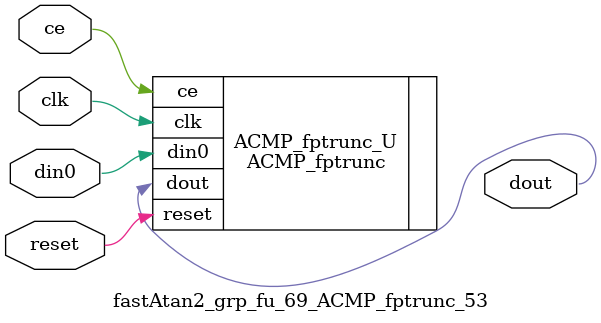
<source format=v>

`timescale 1 ns / 1 ps
module fastAtan2_grp_fu_69_ACMP_fptrunc_53(
    clk,
    reset,
    ce,
    din0,
    dout);

parameter ID = 32'd1;
parameter NUM_STAGE = 32'd1;
parameter din0_WIDTH = 32'd1;
parameter dout_WIDTH = 32'd1;
input clk;
input reset;
input ce;
input[din0_WIDTH - 1:0] din0;
output[dout_WIDTH - 1:0] dout;



ACMP_fptrunc #(
.ID( ID ),
.NUM_STAGE( 3 ),
.din0_WIDTH( din0_WIDTH ),
.dout_WIDTH( dout_WIDTH ))
ACMP_fptrunc_U(
    .clk( clk ),
    .reset( reset ),
    .ce( ce ),
    .din0( din0 ),
    .dout( dout ));

endmodule

</source>
